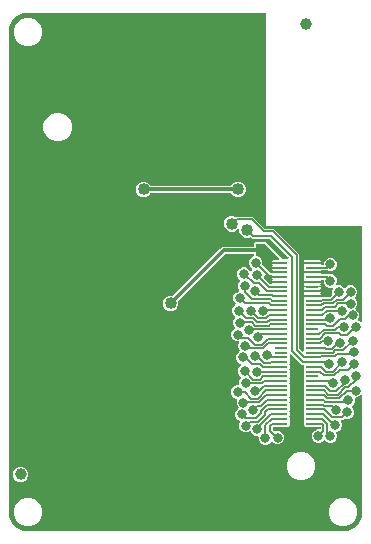
<source format=gbr>
G04 EAGLE Gerber RS-274X export*
G75*
%MOMM*%
%FSLAX34Y34*%
%LPD*%
%INBottom Copper*%
%IPPOS*%
%AMOC8*
5,1,8,0,0,1.08239X$1,22.5*%
G01*
%ADD10R,1.140000X0.200000*%
%ADD11C,1.000000*%
%ADD12C,0.838200*%
%ADD13C,1.016000*%
%ADD14C,0.304800*%
%ADD15C,0.152400*%

G36*
X287046Y2799D02*
X287046Y2799D01*
X287095Y2798D01*
X289870Y3072D01*
X289897Y3079D01*
X289925Y3079D01*
X290086Y3126D01*
X295214Y5250D01*
X295270Y5284D01*
X295330Y5310D01*
X295395Y5362D01*
X295423Y5379D01*
X295435Y5394D01*
X295461Y5415D01*
X299385Y9339D01*
X299423Y9392D01*
X299469Y9439D01*
X299509Y9512D01*
X299529Y9539D01*
X299534Y9558D01*
X299550Y9586D01*
X301674Y14714D01*
X301680Y14741D01*
X301694Y14766D01*
X301728Y14930D01*
X302002Y17705D01*
X302000Y17732D01*
X302005Y17780D01*
X302005Y117332D01*
X301994Y117403D01*
X301992Y117475D01*
X301974Y117524D01*
X301966Y117575D01*
X301932Y117638D01*
X301907Y117706D01*
X301875Y117746D01*
X301850Y117792D01*
X301798Y117842D01*
X301754Y117898D01*
X301710Y117926D01*
X301672Y117962D01*
X301607Y117992D01*
X301547Y118031D01*
X301496Y118043D01*
X301449Y118065D01*
X301378Y118073D01*
X301308Y118091D01*
X301256Y118087D01*
X301205Y118092D01*
X301134Y118077D01*
X301063Y118072D01*
X301015Y118051D01*
X300964Y118040D01*
X300903Y118003D01*
X300837Y117975D01*
X300781Y117930D01*
X300753Y117914D01*
X300738Y117896D01*
X300706Y117870D01*
X299656Y116820D01*
X297555Y115950D01*
X296649Y115950D01*
X296603Y115943D01*
X296558Y115945D01*
X296483Y115923D01*
X296406Y115911D01*
X296365Y115889D01*
X296321Y115876D01*
X296257Y115832D01*
X296189Y115795D01*
X296157Y115762D01*
X296119Y115736D01*
X296073Y115674D01*
X296019Y115617D01*
X296000Y115575D01*
X295972Y115539D01*
X295948Y115465D01*
X295916Y115394D01*
X295911Y115348D01*
X295896Y115305D01*
X295897Y115227D01*
X295889Y115150D01*
X295898Y115105D01*
X295899Y115059D01*
X295937Y114927D01*
X295941Y114909D01*
X295943Y114905D01*
X295945Y114898D01*
X296038Y114675D01*
X296038Y112401D01*
X295168Y110300D01*
X293558Y108691D01*
X293523Y108669D01*
X293480Y108654D01*
X293420Y108605D01*
X293353Y108564D01*
X293324Y108528D01*
X293288Y108500D01*
X293246Y108434D01*
X293196Y108374D01*
X293180Y108332D01*
X293155Y108293D01*
X293136Y108217D01*
X293108Y108145D01*
X293106Y108099D01*
X293095Y108054D01*
X293101Y107977D01*
X293098Y107899D01*
X293111Y107855D01*
X293114Y107809D01*
X293145Y107738D01*
X293166Y107663D01*
X293193Y107625D01*
X293211Y107583D01*
X293296Y107476D01*
X293307Y107461D01*
X293311Y107458D01*
X293315Y107452D01*
X294152Y106616D01*
X295022Y104515D01*
X295022Y102241D01*
X294152Y100140D01*
X292544Y98532D01*
X290443Y97662D01*
X288169Y97662D01*
X287688Y97862D01*
X287575Y97888D01*
X287461Y97917D01*
X287455Y97916D01*
X287449Y97918D01*
X287332Y97907D01*
X287216Y97898D01*
X287210Y97895D01*
X287204Y97895D01*
X287096Y97847D01*
X286989Y97801D01*
X286984Y97797D01*
X286979Y97795D01*
X286965Y97782D01*
X286858Y97697D01*
X285935Y96773D01*
X284684Y96773D01*
X284638Y96766D01*
X284593Y96768D01*
X284518Y96746D01*
X284441Y96734D01*
X284400Y96712D01*
X284356Y96699D01*
X284292Y96655D01*
X284224Y96618D01*
X284192Y96585D01*
X284154Y96559D01*
X284108Y96496D01*
X284054Y96440D01*
X284035Y96398D01*
X284007Y96362D01*
X283983Y96288D01*
X283951Y96217D01*
X283945Y96171D01*
X283931Y96128D01*
X283932Y96050D01*
X283923Y95973D01*
X283933Y95928D01*
X283934Y95882D01*
X283972Y95750D01*
X283976Y95732D01*
X283978Y95728D01*
X283980Y95721D01*
X284862Y93593D01*
X284862Y91319D01*
X283992Y89218D01*
X282384Y87610D01*
X280616Y86878D01*
X280599Y86868D01*
X280579Y86862D01*
X280494Y86803D01*
X280406Y86748D01*
X280394Y86733D01*
X280377Y86722D01*
X280316Y86639D01*
X280250Y86559D01*
X280242Y86540D01*
X280231Y86524D01*
X280199Y86426D01*
X280161Y86329D01*
X280161Y86309D01*
X280154Y86290D01*
X280155Y86187D01*
X280151Y86084D01*
X280157Y86064D01*
X280157Y86045D01*
X280204Y85883D01*
X280798Y84449D01*
X280798Y82175D01*
X279928Y80074D01*
X278320Y78466D01*
X276219Y77596D01*
X273945Y77596D01*
X271844Y78466D01*
X270667Y79643D01*
X270651Y79655D01*
X270639Y79671D01*
X270551Y79727D01*
X270468Y79787D01*
X270449Y79793D01*
X270432Y79804D01*
X270331Y79829D01*
X270232Y79859D01*
X270213Y79859D01*
X270193Y79864D01*
X270090Y79856D01*
X269987Y79853D01*
X269968Y79846D01*
X269948Y79845D01*
X269853Y79804D01*
X269756Y79769D01*
X269740Y79756D01*
X269722Y79748D01*
X269591Y79643D01*
X268160Y78212D01*
X266059Y77342D01*
X263785Y77342D01*
X261684Y78212D01*
X260076Y79820D01*
X259206Y81921D01*
X259206Y84195D01*
X260076Y86296D01*
X261684Y87904D01*
X263785Y88774D01*
X265938Y88774D01*
X265958Y88777D01*
X265977Y88775D01*
X266079Y88797D01*
X266181Y88813D01*
X266198Y88823D01*
X266218Y88827D01*
X266307Y88880D01*
X266398Y88929D01*
X266412Y88943D01*
X266429Y88953D01*
X266496Y89032D01*
X266568Y89107D01*
X266576Y89125D01*
X266589Y89140D01*
X266628Y89236D01*
X266671Y89330D01*
X266673Y89350D01*
X266681Y89368D01*
X266699Y89535D01*
X266699Y90514D01*
X266696Y90534D01*
X266698Y90553D01*
X266676Y90655D01*
X266660Y90757D01*
X266650Y90774D01*
X266646Y90794D01*
X266593Y90883D01*
X266544Y90974D01*
X266530Y90988D01*
X266520Y91005D01*
X266441Y91072D01*
X266366Y91144D01*
X266348Y91152D01*
X266333Y91165D01*
X266237Y91204D01*
X266143Y91247D01*
X266123Y91249D01*
X266105Y91257D01*
X265938Y91275D01*
X253268Y91275D01*
X252375Y92168D01*
X252375Y95536D01*
X252391Y95598D01*
X252421Y95696D01*
X252421Y95716D01*
X252426Y95736D01*
X252418Y95839D01*
X252415Y95942D01*
X252408Y95961D01*
X252407Y95981D01*
X252375Y96054D01*
X252375Y99536D01*
X252391Y99598D01*
X252421Y99696D01*
X252421Y99716D01*
X252426Y99736D01*
X252418Y99839D01*
X252415Y99942D01*
X252408Y99961D01*
X252407Y99981D01*
X252375Y100054D01*
X252375Y103536D01*
X252391Y103598D01*
X252421Y103696D01*
X252421Y103716D01*
X252426Y103736D01*
X252418Y103839D01*
X252415Y103942D01*
X252408Y103961D01*
X252407Y103981D01*
X252375Y104054D01*
X252375Y107536D01*
X252391Y107598D01*
X252421Y107696D01*
X252421Y107716D01*
X252426Y107736D01*
X252418Y107839D01*
X252415Y107942D01*
X252408Y107961D01*
X252407Y107981D01*
X252375Y108054D01*
X252375Y111536D01*
X252391Y111598D01*
X252421Y111696D01*
X252421Y111716D01*
X252426Y111736D01*
X252418Y111839D01*
X252415Y111942D01*
X252408Y111961D01*
X252407Y111981D01*
X252375Y112054D01*
X252375Y115536D01*
X252391Y115598D01*
X252421Y115696D01*
X252421Y115716D01*
X252426Y115736D01*
X252418Y115839D01*
X252415Y115942D01*
X252408Y115961D01*
X252407Y115981D01*
X252375Y116054D01*
X252375Y119536D01*
X252391Y119598D01*
X252421Y119696D01*
X252421Y119716D01*
X252426Y119736D01*
X252418Y119839D01*
X252415Y119942D01*
X252408Y119961D01*
X252407Y119981D01*
X252375Y120054D01*
X252375Y123536D01*
X252391Y123598D01*
X252421Y123696D01*
X252421Y123716D01*
X252426Y123736D01*
X252418Y123839D01*
X252415Y123942D01*
X252408Y123961D01*
X252407Y123981D01*
X252375Y124054D01*
X252375Y127536D01*
X252391Y127598D01*
X252421Y127696D01*
X252421Y127716D01*
X252426Y127736D01*
X252418Y127839D01*
X252415Y127942D01*
X252408Y127961D01*
X252407Y127981D01*
X252375Y128054D01*
X252375Y131536D01*
X252391Y131598D01*
X252421Y131696D01*
X252421Y131716D01*
X252426Y131736D01*
X252418Y131839D01*
X252415Y131942D01*
X252408Y131961D01*
X252407Y131981D01*
X252375Y132054D01*
X252375Y135536D01*
X252391Y135598D01*
X252421Y135696D01*
X252421Y135716D01*
X252426Y135736D01*
X252418Y135839D01*
X252415Y135942D01*
X252408Y135961D01*
X252407Y135981D01*
X252375Y136054D01*
X252375Y139536D01*
X252391Y139598D01*
X252421Y139696D01*
X252421Y139716D01*
X252426Y139736D01*
X252418Y139839D01*
X252415Y139942D01*
X252408Y139961D01*
X252407Y139981D01*
X252375Y140054D01*
X252375Y142752D01*
X252372Y142772D01*
X252374Y142791D01*
X252352Y142893D01*
X252336Y142995D01*
X252326Y143012D01*
X252322Y143032D01*
X252269Y143121D01*
X252220Y143212D01*
X252206Y143226D01*
X252196Y143243D01*
X252117Y143310D01*
X252042Y143382D01*
X252024Y143390D01*
X252009Y143403D01*
X251913Y143442D01*
X251819Y143485D01*
X251799Y143487D01*
X251781Y143495D01*
X251614Y143513D01*
X250763Y143513D01*
X241846Y152430D01*
X241724Y152552D01*
X241666Y152594D01*
X241614Y152643D01*
X241567Y152665D01*
X241525Y152695D01*
X241456Y152716D01*
X241391Y152747D01*
X241339Y152752D01*
X241290Y152768D01*
X241218Y152766D01*
X241147Y152774D01*
X241096Y152763D01*
X241044Y152761D01*
X240976Y152737D01*
X240906Y152722D01*
X240861Y152695D01*
X240813Y152677D01*
X240757Y152632D01*
X240695Y152595D01*
X240661Y152556D01*
X240621Y152523D01*
X240582Y152463D01*
X240535Y152408D01*
X240516Y152360D01*
X240488Y152316D01*
X240470Y152247D01*
X240454Y152208D01*
X240453Y152205D01*
X240453Y152204D01*
X240443Y152180D01*
X240435Y152109D01*
X240427Y152078D01*
X240428Y152076D01*
X240409Y152002D01*
X240379Y151903D01*
X240379Y151883D01*
X240374Y151864D01*
X240382Y151761D01*
X240385Y151658D01*
X240392Y151639D01*
X240393Y151619D01*
X240425Y151545D01*
X240425Y148064D01*
X240409Y148002D01*
X240379Y147903D01*
X240379Y147883D01*
X240374Y147864D01*
X240382Y147761D01*
X240385Y147658D01*
X240392Y147639D01*
X240393Y147619D01*
X240425Y147545D01*
X240425Y144064D01*
X240409Y144002D01*
X240379Y143903D01*
X240379Y143883D01*
X240374Y143864D01*
X240382Y143761D01*
X240385Y143658D01*
X240392Y143639D01*
X240393Y143619D01*
X240425Y143545D01*
X240425Y140064D01*
X240409Y140002D01*
X240379Y139903D01*
X240379Y139883D01*
X240374Y139864D01*
X240382Y139761D01*
X240385Y139658D01*
X240392Y139639D01*
X240393Y139619D01*
X240425Y139545D01*
X240425Y136064D01*
X240409Y136002D01*
X240379Y135903D01*
X240379Y135883D01*
X240374Y135864D01*
X240382Y135761D01*
X240385Y135658D01*
X240392Y135639D01*
X240393Y135619D01*
X240425Y135545D01*
X240425Y132064D01*
X240409Y132002D01*
X240379Y131903D01*
X240379Y131883D01*
X240374Y131864D01*
X240382Y131761D01*
X240385Y131658D01*
X240392Y131639D01*
X240393Y131619D01*
X240425Y131545D01*
X240425Y128064D01*
X240409Y128002D01*
X240379Y127903D01*
X240379Y127883D01*
X240374Y127864D01*
X240382Y127761D01*
X240385Y127658D01*
X240392Y127639D01*
X240393Y127619D01*
X240425Y127545D01*
X240425Y124064D01*
X240409Y124002D01*
X240379Y123903D01*
X240379Y123883D01*
X240374Y123864D01*
X240382Y123761D01*
X240385Y123658D01*
X240392Y123639D01*
X240393Y123619D01*
X240425Y123545D01*
X240425Y120064D01*
X240409Y120002D01*
X240379Y119903D01*
X240379Y119883D01*
X240374Y119864D01*
X240382Y119761D01*
X240385Y119658D01*
X240392Y119639D01*
X240393Y119619D01*
X240425Y119545D01*
X240425Y116064D01*
X240409Y116002D01*
X240379Y115903D01*
X240379Y115883D01*
X240374Y115864D01*
X240382Y115761D01*
X240385Y115658D01*
X240392Y115639D01*
X240393Y115619D01*
X240425Y115545D01*
X240425Y112064D01*
X240409Y112002D01*
X240379Y111903D01*
X240379Y111883D01*
X240374Y111864D01*
X240382Y111761D01*
X240385Y111658D01*
X240392Y111639D01*
X240393Y111619D01*
X240425Y111545D01*
X240425Y108064D01*
X240409Y108002D01*
X240379Y107903D01*
X240379Y107883D01*
X240374Y107864D01*
X240382Y107760D01*
X240385Y107658D01*
X240392Y107639D01*
X240393Y107619D01*
X240425Y107545D01*
X240425Y104064D01*
X240409Y104002D01*
X240379Y103903D01*
X240379Y103883D01*
X240374Y103864D01*
X240382Y103761D01*
X240385Y103658D01*
X240392Y103639D01*
X240393Y103619D01*
X240425Y103545D01*
X240425Y100064D01*
X240409Y100002D01*
X240379Y99903D01*
X240379Y99883D01*
X240374Y99864D01*
X240382Y99761D01*
X240385Y99658D01*
X240392Y99639D01*
X240393Y99619D01*
X240425Y99545D01*
X240425Y96064D01*
X240409Y96002D01*
X240379Y95903D01*
X240379Y95883D01*
X240374Y95864D01*
X240382Y95761D01*
X240385Y95658D01*
X240392Y95639D01*
X240393Y95619D01*
X240425Y95545D01*
X240425Y92168D01*
X239532Y91275D01*
X226822Y91275D01*
X226802Y91272D01*
X226783Y91274D01*
X226681Y91252D01*
X226579Y91236D01*
X226562Y91226D01*
X226542Y91222D01*
X226453Y91169D01*
X226362Y91120D01*
X226348Y91106D01*
X226331Y91096D01*
X226264Y91017D01*
X226192Y90942D01*
X226184Y90924D01*
X226171Y90909D01*
X226132Y90813D01*
X226089Y90719D01*
X226087Y90699D01*
X226079Y90681D01*
X226061Y90514D01*
X226061Y89147D01*
X226075Y89056D01*
X226083Y88966D01*
X226095Y88936D01*
X226100Y88904D01*
X226143Y88823D01*
X226179Y88739D01*
X226205Y88707D01*
X226216Y88686D01*
X226239Y88664D01*
X226284Y88608D01*
X227571Y87321D01*
X227666Y87253D01*
X227760Y87183D01*
X227766Y87181D01*
X227771Y87177D01*
X227882Y87143D01*
X227994Y87107D01*
X228000Y87107D01*
X228006Y87105D01*
X228123Y87108D01*
X228240Y87109D01*
X228247Y87111D01*
X228252Y87111D01*
X228269Y87118D01*
X228401Y87156D01*
X229241Y87504D01*
X231515Y87504D01*
X233616Y86634D01*
X235224Y85026D01*
X236094Y82925D01*
X236094Y80651D01*
X235224Y78550D01*
X233616Y76942D01*
X231515Y76072D01*
X229241Y76072D01*
X227140Y76942D01*
X225836Y78246D01*
X225820Y78258D01*
X225808Y78274D01*
X225720Y78330D01*
X225637Y78390D01*
X225618Y78396D01*
X225601Y78407D01*
X225500Y78432D01*
X225401Y78462D01*
X225382Y78462D01*
X225362Y78467D01*
X225259Y78459D01*
X225156Y78456D01*
X225137Y78449D01*
X225117Y78448D01*
X225022Y78407D01*
X224925Y78372D01*
X224909Y78359D01*
X224891Y78351D01*
X224760Y78246D01*
X223202Y76688D01*
X221101Y75818D01*
X218827Y75818D01*
X216726Y76688D01*
X215118Y78296D01*
X214248Y80397D01*
X214248Y82423D01*
X214245Y82443D01*
X214247Y82462D01*
X214225Y82564D01*
X214209Y82666D01*
X214199Y82683D01*
X214195Y82703D01*
X214142Y82792D01*
X214093Y82883D01*
X214079Y82897D01*
X214069Y82914D01*
X213990Y82981D01*
X213915Y83053D01*
X213897Y83061D01*
X213882Y83074D01*
X213786Y83113D01*
X213692Y83156D01*
X213672Y83158D01*
X213654Y83166D01*
X213487Y83184D01*
X211969Y83184D01*
X209868Y84054D01*
X208260Y85662D01*
X207813Y86743D01*
X207802Y86760D01*
X207797Y86779D01*
X207738Y86864D01*
X207683Y86952D01*
X207668Y86965D01*
X207657Y86981D01*
X207573Y87043D01*
X207494Y87109D01*
X207475Y87116D01*
X207459Y87128D01*
X207361Y87160D01*
X207264Y87197D01*
X207244Y87198D01*
X207225Y87204D01*
X207122Y87203D01*
X207018Y87207D01*
X206999Y87202D01*
X206979Y87202D01*
X206818Y87155D01*
X204591Y86232D01*
X202317Y86232D01*
X200216Y87102D01*
X198608Y88710D01*
X197738Y90811D01*
X197738Y93085D01*
X198586Y95133D01*
X198591Y95152D01*
X198601Y95169D01*
X198619Y95271D01*
X198643Y95372D01*
X198641Y95392D01*
X198644Y95412D01*
X198629Y95514D01*
X198620Y95617D01*
X198611Y95635D01*
X198609Y95655D01*
X198562Y95747D01*
X198520Y95842D01*
X198506Y95856D01*
X198497Y95874D01*
X198423Y95947D01*
X198353Y96023D01*
X198336Y96032D01*
X198321Y96046D01*
X198174Y96127D01*
X196660Y96754D01*
X195052Y98362D01*
X194182Y100463D01*
X194182Y102737D01*
X195052Y104838D01*
X196660Y106446D01*
X196837Y106519D01*
X196876Y106543D01*
X196919Y106559D01*
X196980Y106608D01*
X197046Y106648D01*
X197076Y106684D01*
X197111Y106713D01*
X197154Y106778D01*
X197203Y106838D01*
X197220Y106881D01*
X197244Y106919D01*
X197263Y106995D01*
X197291Y107068D01*
X197293Y107113D01*
X197305Y107158D01*
X197298Y107235D01*
X197302Y107313D01*
X197289Y107357D01*
X197285Y107403D01*
X197255Y107475D01*
X197233Y107550D01*
X197207Y107587D01*
X197189Y107629D01*
X197104Y107736D01*
X197093Y107752D01*
X197089Y107755D01*
X197084Y107760D01*
X196576Y108268D01*
X195706Y110369D01*
X195706Y112643D01*
X196136Y113681D01*
X196141Y113700D01*
X196150Y113718D01*
X196169Y113820D01*
X196192Y113920D01*
X196191Y113940D01*
X196194Y113960D01*
X196179Y114062D01*
X196169Y114165D01*
X196161Y114184D01*
X196158Y114203D01*
X196111Y114296D01*
X196069Y114390D01*
X196056Y114405D01*
X196047Y114423D01*
X195973Y114495D01*
X195903Y114571D01*
X195885Y114581D01*
X195871Y114595D01*
X195724Y114676D01*
X193612Y115550D01*
X192004Y117158D01*
X191134Y119259D01*
X191134Y121533D01*
X192004Y123634D01*
X193612Y125242D01*
X195713Y126112D01*
X196723Y126112D01*
X196743Y126115D01*
X196762Y126113D01*
X196864Y126135D01*
X196966Y126151D01*
X196983Y126161D01*
X197003Y126165D01*
X197092Y126218D01*
X197183Y126267D01*
X197197Y126281D01*
X197214Y126291D01*
X197281Y126370D01*
X197353Y126445D01*
X197361Y126463D01*
X197374Y126478D01*
X197413Y126574D01*
X197456Y126668D01*
X197458Y126688D01*
X197466Y126706D01*
X197484Y126873D01*
X197484Y129153D01*
X198354Y131254D01*
X199445Y132344D01*
X199471Y132381D01*
X199505Y132412D01*
X199543Y132480D01*
X199588Y132544D01*
X199602Y132587D01*
X199624Y132628D01*
X199638Y132704D01*
X199661Y132779D01*
X199659Y132825D01*
X199668Y132870D01*
X199656Y132947D01*
X199654Y133025D01*
X199638Y133068D01*
X199632Y133113D01*
X199597Y133182D01*
X199570Y133256D01*
X199541Y133291D01*
X199520Y133332D01*
X199465Y133387D01*
X199416Y133448D01*
X199377Y133472D01*
X199345Y133505D01*
X199225Y133571D01*
X199209Y133581D01*
X199204Y133582D01*
X199201Y133584D01*
X197592Y135192D01*
X196722Y137293D01*
X196722Y139567D01*
X197592Y141668D01*
X199104Y143179D01*
X199130Y143216D01*
X199164Y143247D01*
X199202Y143315D01*
X199247Y143378D01*
X199261Y143422D01*
X199283Y143463D01*
X199297Y143539D01*
X199319Y143614D01*
X199318Y143659D01*
X199326Y143705D01*
X199315Y143782D01*
X199313Y143859D01*
X199297Y143903D01*
X199291Y143948D01*
X199255Y144017D01*
X199229Y144090D01*
X199200Y144126D01*
X199179Y144167D01*
X199124Y144222D01*
X199075Y144283D01*
X199036Y144307D01*
X199004Y144339D01*
X198884Y144405D01*
X198868Y144416D01*
X198863Y144417D01*
X198857Y144420D01*
X197422Y145014D01*
X195814Y146622D01*
X194944Y148723D01*
X194944Y150997D01*
X195814Y153098D01*
X197422Y154706D01*
X197959Y154928D01*
X197998Y154952D01*
X198041Y154968D01*
X198101Y155016D01*
X198168Y155057D01*
X198197Y155093D01*
X198233Y155121D01*
X198275Y155187D01*
X198324Y155247D01*
X198341Y155290D01*
X198366Y155328D01*
X198385Y155404D01*
X198413Y155476D01*
X198415Y155522D01*
X198426Y155567D01*
X198420Y155644D01*
X198423Y155722D01*
X198410Y155766D01*
X198407Y155812D01*
X198376Y155884D01*
X198354Y155958D01*
X198328Y155996D01*
X198310Y156038D01*
X198225Y156145D01*
X198214Y156160D01*
X198210Y156163D01*
X198205Y156169D01*
X197846Y156528D01*
X196976Y158629D01*
X196976Y160903D01*
X197595Y162396D01*
X197604Y162434D01*
X197612Y162452D01*
X197613Y162456D01*
X197624Y162482D01*
X197633Y162559D01*
X197651Y162635D01*
X197646Y162681D01*
X197652Y162726D01*
X197635Y162803D01*
X197628Y162880D01*
X197609Y162922D01*
X197599Y162967D01*
X197559Y163034D01*
X197528Y163105D01*
X197497Y163139D01*
X197473Y163178D01*
X197414Y163229D01*
X197361Y163286D01*
X197321Y163308D01*
X197286Y163338D01*
X197214Y163367D01*
X197146Y163404D01*
X197101Y163413D01*
X197058Y163430D01*
X196922Y163445D01*
X196904Y163448D01*
X196899Y163447D01*
X196891Y163448D01*
X195459Y163448D01*
X193358Y164318D01*
X191750Y165926D01*
X190880Y168027D01*
X190880Y170301D01*
X191750Y172402D01*
X193358Y174010D01*
X193715Y174157D01*
X193754Y174181D01*
X193797Y174197D01*
X193858Y174246D01*
X193924Y174287D01*
X193953Y174322D01*
X193989Y174351D01*
X194031Y174416D01*
X194081Y174476D01*
X194097Y174519D01*
X194122Y174558D01*
X194141Y174633D01*
X194169Y174706D01*
X194171Y174752D01*
X194182Y174796D01*
X194176Y174874D01*
X194179Y174952D01*
X194167Y174996D01*
X194163Y175042D01*
X194133Y175113D01*
X194111Y175188D01*
X194085Y175226D01*
X194067Y175268D01*
X193981Y175375D01*
X193971Y175390D01*
X193967Y175393D01*
X193962Y175399D01*
X193274Y176086D01*
X192404Y178187D01*
X192404Y180461D01*
X193274Y182562D01*
X194197Y183485D01*
X194209Y183501D01*
X194225Y183513D01*
X194281Y183601D01*
X194341Y183684D01*
X194347Y183703D01*
X194358Y183720D01*
X194383Y183821D01*
X194413Y183920D01*
X194413Y183939D01*
X194418Y183959D01*
X194410Y184062D01*
X194407Y184165D01*
X194400Y184184D01*
X194399Y184204D01*
X194358Y184299D01*
X194323Y184396D01*
X194310Y184412D01*
X194302Y184430D01*
X194197Y184561D01*
X192512Y186246D01*
X191642Y188347D01*
X191642Y190621D01*
X192512Y192722D01*
X194120Y194330D01*
X194477Y194477D01*
X194516Y194501D01*
X194559Y194517D01*
X194620Y194566D01*
X194686Y194607D01*
X194715Y194642D01*
X194751Y194671D01*
X194793Y194736D01*
X194843Y194796D01*
X194859Y194839D01*
X194884Y194878D01*
X194903Y194953D01*
X194931Y195026D01*
X194933Y195072D01*
X194944Y195116D01*
X194938Y195194D01*
X194941Y195272D01*
X194929Y195316D01*
X194925Y195362D01*
X194895Y195433D01*
X194873Y195508D01*
X194847Y195546D01*
X194829Y195588D01*
X194743Y195695D01*
X194733Y195710D01*
X194729Y195713D01*
X194724Y195719D01*
X193782Y196660D01*
X192912Y198761D01*
X192912Y201035D01*
X193782Y203136D01*
X195390Y204744D01*
X197363Y205561D01*
X197402Y205585D01*
X197446Y205601D01*
X197506Y205649D01*
X197572Y205690D01*
X197602Y205726D01*
X197638Y205755D01*
X197680Y205820D01*
X197729Y205880D01*
X197746Y205923D01*
X197771Y205961D01*
X197790Y206037D01*
X197817Y206110D01*
X197819Y206155D01*
X197831Y206200D01*
X197825Y206278D01*
X197828Y206355D01*
X197815Y206399D01*
X197811Y206445D01*
X197781Y206517D01*
X197759Y206592D01*
X197733Y206629D01*
X197715Y206672D01*
X197630Y206778D01*
X197619Y206794D01*
X197615Y206797D01*
X197610Y206802D01*
X197592Y206820D01*
X196722Y208921D01*
X196722Y211195D01*
X197592Y213296D01*
X198642Y214346D01*
X198654Y214362D01*
X198670Y214374D01*
X198726Y214462D01*
X198786Y214545D01*
X198792Y214564D01*
X198803Y214581D01*
X198828Y214682D01*
X198858Y214781D01*
X198858Y214800D01*
X198863Y214820D01*
X198855Y214923D01*
X198852Y215026D01*
X198845Y215045D01*
X198844Y215065D01*
X198803Y215160D01*
X198768Y215257D01*
X198755Y215273D01*
X198747Y215291D01*
X198642Y215422D01*
X197084Y216980D01*
X196214Y219081D01*
X196214Y221355D01*
X197084Y223456D01*
X198692Y225064D01*
X200793Y225934D01*
X203067Y225934D01*
X205168Y225064D01*
X206853Y223379D01*
X206869Y223367D01*
X206881Y223351D01*
X206969Y223295D01*
X207052Y223235D01*
X207071Y223229D01*
X207088Y223218D01*
X207189Y223193D01*
X207288Y223163D01*
X207307Y223163D01*
X207327Y223158D01*
X207430Y223166D01*
X207533Y223169D01*
X207552Y223176D01*
X207572Y223177D01*
X207667Y223218D01*
X207764Y223253D01*
X207780Y223266D01*
X207798Y223274D01*
X207929Y223379D01*
X208675Y224125D01*
X208687Y224141D01*
X208703Y224153D01*
X208759Y224240D01*
X208819Y224324D01*
X208825Y224344D01*
X208836Y224360D01*
X208861Y224461D01*
X208891Y224560D01*
X208891Y224579D01*
X208896Y224599D01*
X208888Y224702D01*
X208885Y224805D01*
X208878Y224824D01*
X208877Y224844D01*
X208836Y224939D01*
X208801Y225036D01*
X208788Y225052D01*
X208780Y225070D01*
X208675Y225201D01*
X206990Y226886D01*
X206120Y228987D01*
X206120Y231261D01*
X206990Y233362D01*
X208598Y234970D01*
X209841Y235484D01*
X209941Y235546D01*
X210041Y235606D01*
X210045Y235611D01*
X210050Y235614D01*
X210125Y235705D01*
X210201Y235793D01*
X210203Y235799D01*
X210207Y235804D01*
X210249Y235912D01*
X210293Y236021D01*
X210294Y236029D01*
X210295Y236033D01*
X210296Y236051D01*
X210311Y236188D01*
X210311Y236728D01*
X210308Y236748D01*
X210310Y236767D01*
X210288Y236869D01*
X210272Y236971D01*
X210262Y236988D01*
X210258Y237008D01*
X210205Y237097D01*
X210156Y237188D01*
X210142Y237202D01*
X210132Y237219D01*
X210053Y237286D01*
X209978Y237358D01*
X209960Y237366D01*
X209945Y237379D01*
X209849Y237418D01*
X209755Y237461D01*
X209735Y237463D01*
X209717Y237471D01*
X209550Y237489D01*
X186236Y237489D01*
X186146Y237475D01*
X186055Y237467D01*
X186025Y237455D01*
X185993Y237450D01*
X185913Y237407D01*
X185829Y237371D01*
X185797Y237345D01*
X185776Y237334D01*
X185754Y237311D01*
X185698Y237266D01*
X146378Y197946D01*
X146309Y197851D01*
X146240Y197757D01*
X146238Y197751D01*
X146234Y197746D01*
X146200Y197635D01*
X146163Y197523D01*
X146163Y197517D01*
X146162Y197511D01*
X146165Y197394D01*
X146166Y197277D01*
X146168Y197270D01*
X146168Y197265D01*
X146174Y197248D01*
X146213Y197116D01*
X146305Y196894D01*
X146305Y194266D01*
X145299Y191839D01*
X143441Y189981D01*
X141014Y188975D01*
X138386Y188975D01*
X135959Y189981D01*
X134101Y191839D01*
X133095Y194266D01*
X133095Y196894D01*
X134101Y199321D01*
X135959Y201179D01*
X138386Y202185D01*
X141014Y202185D01*
X141236Y202093D01*
X141350Y202066D01*
X141463Y202037D01*
X141470Y202038D01*
X141476Y202036D01*
X141592Y202047D01*
X141709Y202056D01*
X141714Y202059D01*
X141721Y202059D01*
X141828Y202107D01*
X141935Y202153D01*
X141941Y202157D01*
X141945Y202159D01*
X141959Y202172D01*
X142066Y202258D01*
X181386Y241578D01*
X183395Y243587D01*
X209550Y243587D01*
X209570Y243590D01*
X209589Y243588D01*
X209691Y243610D01*
X209793Y243626D01*
X209810Y243636D01*
X209830Y243640D01*
X209919Y243693D01*
X210010Y243742D01*
X210024Y243756D01*
X210041Y243766D01*
X210108Y243845D01*
X210180Y243920D01*
X210188Y243938D01*
X210201Y243953D01*
X210240Y244049D01*
X210283Y244143D01*
X210285Y244163D01*
X210293Y244181D01*
X210311Y244348D01*
X210311Y246311D01*
X211651Y247651D01*
X219895Y247651D01*
X233896Y233650D01*
X233970Y233597D01*
X234040Y233537D01*
X234070Y233525D01*
X234096Y233506D01*
X234183Y233479D01*
X234268Y233445D01*
X234309Y233441D01*
X234331Y233434D01*
X234363Y233435D01*
X234435Y233427D01*
X239022Y233427D01*
X239092Y233438D01*
X239164Y233440D01*
X239213Y233458D01*
X239264Y233466D01*
X239328Y233500D01*
X239395Y233525D01*
X239436Y233557D01*
X239482Y233582D01*
X239531Y233634D01*
X239587Y233678D01*
X239615Y233722D01*
X239651Y233760D01*
X239681Y233825D01*
X239720Y233885D01*
X239733Y233936D01*
X239755Y233983D01*
X239763Y234054D01*
X239780Y234124D01*
X239776Y234176D01*
X239782Y234227D01*
X239767Y234298D01*
X239761Y234369D01*
X239741Y234417D01*
X239730Y234468D01*
X239693Y234529D01*
X239665Y234595D01*
X239620Y234651D01*
X239603Y234679D01*
X239586Y234694D01*
X239577Y234704D01*
X239577Y234706D01*
X239576Y234706D01*
X239560Y234726D01*
X224066Y250220D01*
X223992Y250273D01*
X223922Y250333D01*
X223892Y250345D01*
X223866Y250364D01*
X223779Y250391D01*
X223694Y250425D01*
X223653Y250429D01*
X223631Y250436D01*
X223599Y250435D01*
X223527Y250443D01*
X208603Y250443D01*
X207598Y251448D01*
X207503Y251517D01*
X207409Y251586D01*
X207403Y251588D01*
X207398Y251592D01*
X207287Y251626D01*
X207175Y251662D01*
X207169Y251662D01*
X207163Y251664D01*
X207046Y251661D01*
X206929Y251660D01*
X206922Y251658D01*
X206917Y251658D01*
X206900Y251651D01*
X206768Y251613D01*
X205784Y251205D01*
X203156Y251205D01*
X200729Y252211D01*
X198871Y254069D01*
X197865Y256496D01*
X197865Y257807D01*
X197854Y257878D01*
X197852Y257949D01*
X197834Y257998D01*
X197826Y258050D01*
X197792Y258113D01*
X197767Y258180D01*
X197735Y258221D01*
X197710Y258267D01*
X197658Y258316D01*
X197614Y258372D01*
X197570Y258401D01*
X197532Y258436D01*
X197467Y258467D01*
X197407Y258505D01*
X197356Y258518D01*
X197309Y258540D01*
X197238Y258548D01*
X197168Y258565D01*
X197116Y258561D01*
X197065Y258567D01*
X196994Y258552D01*
X196923Y258546D01*
X196875Y258526D01*
X196824Y258515D01*
X196763Y258478D01*
X196697Y258450D01*
X196641Y258405D01*
X196613Y258389D01*
X196598Y258371D01*
X196566Y258345D01*
X195511Y257291D01*
X193084Y256285D01*
X190456Y256285D01*
X188029Y257291D01*
X186171Y259149D01*
X185165Y261576D01*
X185165Y264204D01*
X186171Y266631D01*
X188029Y268489D01*
X190456Y269495D01*
X193084Y269495D01*
X194170Y269045D01*
X194234Y269030D01*
X194295Y269005D01*
X194378Y268996D01*
X194410Y268989D01*
X194429Y268990D01*
X194462Y268987D01*
X209227Y268987D01*
X219164Y259050D01*
X219238Y258997D01*
X219308Y258937D01*
X219338Y258925D01*
X219364Y258906D01*
X219451Y258879D01*
X219536Y258845D01*
X219577Y258841D01*
X219599Y258834D01*
X219631Y258835D01*
X219703Y258827D01*
X227007Y258827D01*
X248667Y237167D01*
X248667Y157473D01*
X248681Y157382D01*
X248689Y157292D01*
X248701Y157262D01*
X248706Y157230D01*
X248749Y157149D01*
X248785Y157065D01*
X248811Y157033D01*
X248822Y157012D01*
X248845Y156990D01*
X248890Y156934D01*
X251076Y154748D01*
X251134Y154706D01*
X251186Y154657D01*
X251233Y154635D01*
X251275Y154605D01*
X251344Y154584D01*
X251409Y154553D01*
X251461Y154548D01*
X251511Y154532D01*
X251582Y154534D01*
X251653Y154526D01*
X251704Y154537D01*
X251756Y154539D01*
X251824Y154563D01*
X251894Y154578D01*
X251939Y154605D01*
X251987Y154623D01*
X252043Y154668D01*
X252105Y154705D01*
X252139Y154744D01*
X252179Y154777D01*
X252218Y154837D01*
X252265Y154892D01*
X252284Y154940D01*
X252312Y154984D01*
X252330Y155053D01*
X252357Y155120D01*
X252365Y155191D01*
X252373Y155222D01*
X252371Y155246D01*
X252375Y155286D01*
X252375Y155536D01*
X252389Y155589D01*
X252394Y155601D01*
X252396Y155613D01*
X252421Y155696D01*
X252421Y155716D01*
X252426Y155736D01*
X252419Y155823D01*
X252421Y155845D01*
X252417Y155866D01*
X252415Y155942D01*
X252408Y155961D01*
X252407Y155981D01*
X252377Y156051D01*
X252375Y156058D01*
X252375Y159536D01*
X252391Y159598D01*
X252421Y159696D01*
X252421Y159716D01*
X252426Y159736D01*
X252418Y159839D01*
X252415Y159942D01*
X252408Y159961D01*
X252407Y159981D01*
X252375Y160054D01*
X252375Y163536D01*
X252391Y163598D01*
X252421Y163697D01*
X252421Y163717D01*
X252426Y163736D01*
X252418Y163839D01*
X252415Y163942D01*
X252408Y163961D01*
X252407Y163981D01*
X252375Y164055D01*
X252375Y167536D01*
X252391Y167598D01*
X252421Y167696D01*
X252421Y167716D01*
X252426Y167736D01*
X252418Y167839D01*
X252415Y167942D01*
X252408Y167961D01*
X252407Y167981D01*
X252375Y168054D01*
X252375Y171536D01*
X252383Y171567D01*
X252392Y171587D01*
X252395Y171612D01*
X252421Y171696D01*
X252421Y171716D01*
X252426Y171736D01*
X252419Y171824D01*
X252420Y171832D01*
X252418Y171841D01*
X252415Y171942D01*
X252408Y171961D01*
X252407Y171981D01*
X252375Y172054D01*
X252375Y175536D01*
X252391Y175598D01*
X252421Y175696D01*
X252421Y175716D01*
X252426Y175736D01*
X252418Y175839D01*
X252415Y175942D01*
X252408Y175961D01*
X252407Y175981D01*
X252375Y176054D01*
X252375Y179536D01*
X252391Y179598D01*
X252421Y179696D01*
X252421Y179716D01*
X252426Y179736D01*
X252418Y179839D01*
X252415Y179942D01*
X252408Y179961D01*
X252407Y179981D01*
X252375Y180054D01*
X252375Y183536D01*
X252391Y183598D01*
X252421Y183696D01*
X252421Y183716D01*
X252426Y183736D01*
X252418Y183839D01*
X252415Y183942D01*
X252408Y183961D01*
X252407Y183981D01*
X252375Y184054D01*
X252375Y187536D01*
X252391Y187598D01*
X252421Y187696D01*
X252421Y187716D01*
X252426Y187736D01*
X252418Y187839D01*
X252415Y187942D01*
X252408Y187961D01*
X252407Y187981D01*
X252375Y188054D01*
X252375Y191536D01*
X252391Y191598D01*
X252421Y191696D01*
X252421Y191716D01*
X252426Y191736D01*
X252418Y191839D01*
X252415Y191942D01*
X252408Y191961D01*
X252407Y191981D01*
X252375Y192054D01*
X252375Y195536D01*
X252391Y195598D01*
X252421Y195696D01*
X252421Y195716D01*
X252426Y195736D01*
X252418Y195839D01*
X252415Y195942D01*
X252408Y195961D01*
X252407Y195981D01*
X252375Y196054D01*
X252375Y199450D01*
X252396Y199479D01*
X252466Y199573D01*
X252467Y199578D01*
X252471Y199584D01*
X252506Y199696D01*
X252542Y199806D01*
X252542Y199813D01*
X252543Y199819D01*
X252540Y199935D01*
X252539Y200052D01*
X252537Y200060D01*
X252537Y200064D01*
X252531Y200082D01*
X252493Y200213D01*
X252375Y200497D01*
X252375Y201039D01*
X259600Y201039D01*
X267175Y201039D01*
X267176Y201038D01*
X267191Y201025D01*
X267287Y200986D01*
X267381Y200943D01*
X267401Y200941D01*
X267419Y200933D01*
X267586Y200915D01*
X274073Y200915D01*
X274164Y200929D01*
X274254Y200937D01*
X274284Y200949D01*
X274316Y200954D01*
X274397Y200997D01*
X274481Y201033D01*
X274513Y201059D01*
X274534Y201070D01*
X274556Y201093D01*
X274612Y201138D01*
X276259Y202784D01*
X276327Y202880D01*
X276396Y202973D01*
X276398Y202979D01*
X276402Y202984D01*
X276436Y203096D01*
X276473Y203207D01*
X276473Y203213D01*
X276474Y203219D01*
X276471Y203336D01*
X276470Y203453D01*
X276468Y203460D01*
X276468Y203465D01*
X276462Y203483D01*
X276424Y203614D01*
X276224Y204095D01*
X276224Y206369D01*
X276843Y207862D01*
X276853Y207906D01*
X276872Y207948D01*
X276881Y208025D01*
X276899Y208101D01*
X276894Y208147D01*
X276900Y208192D01*
X276883Y208269D01*
X276876Y208346D01*
X276857Y208388D01*
X276847Y208433D01*
X276807Y208500D01*
X276776Y208571D01*
X276745Y208605D01*
X276721Y208644D01*
X276662Y208695D01*
X276609Y208752D01*
X276569Y208774D01*
X276534Y208804D01*
X276462Y208833D01*
X276394Y208870D01*
X276349Y208879D01*
X276306Y208896D01*
X276170Y208911D01*
X276152Y208914D01*
X276147Y208913D01*
X276139Y208914D01*
X273953Y208914D01*
X271852Y209784D01*
X270244Y211392D01*
X269374Y213493D01*
X269374Y214752D01*
X269371Y214772D01*
X269373Y214791D01*
X269351Y214893D01*
X269335Y214995D01*
X269325Y215012D01*
X269321Y215032D01*
X269268Y215121D01*
X269219Y215212D01*
X269205Y215226D01*
X269195Y215243D01*
X269116Y215310D01*
X269041Y215382D01*
X269023Y215390D01*
X269008Y215403D01*
X268912Y215442D01*
X268818Y215485D01*
X268798Y215487D01*
X268780Y215495D01*
X268613Y215513D01*
X267586Y215513D01*
X267566Y215510D01*
X267547Y215512D01*
X267445Y215490D01*
X267343Y215474D01*
X267326Y215464D01*
X267306Y215460D01*
X267217Y215407D01*
X267126Y215358D01*
X267112Y215344D01*
X267095Y215334D01*
X267028Y215255D01*
X266956Y215180D01*
X266948Y215162D01*
X266935Y215147D01*
X266896Y215051D01*
X266853Y214957D01*
X266851Y214937D01*
X266843Y214919D01*
X266825Y214752D01*
X266825Y214561D01*
X259600Y214561D01*
X252375Y214561D01*
X252375Y215103D01*
X252493Y215387D01*
X252519Y215500D01*
X252548Y215614D01*
X252547Y215620D01*
X252549Y215626D01*
X252538Y215742D01*
X252529Y215859D01*
X252526Y215865D01*
X252526Y215871D01*
X252478Y215978D01*
X252432Y216085D01*
X252428Y216091D01*
X252426Y216096D01*
X252413Y216109D01*
X252375Y216157D01*
X252375Y219450D01*
X252396Y219479D01*
X252466Y219573D01*
X252467Y219578D01*
X252471Y219584D01*
X252506Y219696D01*
X252542Y219806D01*
X252542Y219813D01*
X252543Y219819D01*
X252540Y219935D01*
X252539Y220052D01*
X252537Y220060D01*
X252537Y220064D01*
X252531Y220082D01*
X252493Y220213D01*
X252375Y220497D01*
X252375Y221039D01*
X259600Y221039D01*
X266825Y221039D01*
X266825Y220848D01*
X266828Y220828D01*
X266826Y220809D01*
X266848Y220707D01*
X266864Y220605D01*
X266874Y220588D01*
X266878Y220568D01*
X266931Y220479D01*
X266980Y220388D01*
X266994Y220374D01*
X267004Y220357D01*
X267083Y220290D01*
X267158Y220218D01*
X267176Y220210D01*
X267191Y220197D01*
X267287Y220158D01*
X267381Y220115D01*
X267401Y220113D01*
X267419Y220105D01*
X267586Y220087D01*
X273176Y220087D01*
X273241Y220097D01*
X273307Y220098D01*
X273387Y220121D01*
X273419Y220126D01*
X273436Y220136D01*
X273468Y220145D01*
X273953Y220346D01*
X276227Y220346D01*
X278328Y219476D01*
X279936Y217868D01*
X280806Y215767D01*
X280806Y213493D01*
X280187Y212000D01*
X280177Y211956D01*
X280158Y211914D01*
X280149Y211837D01*
X280131Y211761D01*
X280136Y211715D01*
X280130Y211670D01*
X280147Y211593D01*
X280154Y211516D01*
X280173Y211474D01*
X280183Y211429D01*
X280223Y211362D01*
X280254Y211291D01*
X280285Y211257D01*
X280309Y211218D01*
X280368Y211167D01*
X280421Y211110D01*
X280461Y211088D01*
X280496Y211058D01*
X280568Y211029D01*
X280636Y210992D01*
X280681Y210983D01*
X280724Y210966D01*
X280860Y210951D01*
X280878Y210948D01*
X280883Y210949D01*
X280891Y210948D01*
X283077Y210948D01*
X285178Y210078D01*
X286482Y208774D01*
X286498Y208762D01*
X286510Y208746D01*
X286598Y208690D01*
X286681Y208630D01*
X286700Y208624D01*
X286717Y208613D01*
X286818Y208588D01*
X286917Y208558D01*
X286936Y208558D01*
X286956Y208553D01*
X287059Y208561D01*
X287162Y208564D01*
X287181Y208571D01*
X287201Y208572D01*
X287296Y208613D01*
X287393Y208648D01*
X287409Y208661D01*
X287427Y208669D01*
X287558Y208774D01*
X288862Y210078D01*
X290963Y210948D01*
X293237Y210948D01*
X295338Y210078D01*
X296946Y208470D01*
X297816Y206369D01*
X297816Y204095D01*
X296946Y201994D01*
X295769Y200817D01*
X295757Y200801D01*
X295741Y200789D01*
X295685Y200701D01*
X295625Y200618D01*
X295619Y200599D01*
X295608Y200582D01*
X295583Y200481D01*
X295553Y200382D01*
X295553Y200363D01*
X295548Y200343D01*
X295556Y200240D01*
X295559Y200137D01*
X295566Y200118D01*
X295567Y200098D01*
X295608Y200003D01*
X295643Y199906D01*
X295656Y199890D01*
X295664Y199872D01*
X295769Y199741D01*
X296946Y198564D01*
X297816Y196463D01*
X297816Y194189D01*
X296946Y192088D01*
X296512Y191655D01*
X296485Y191618D01*
X296452Y191587D01*
X296414Y191518D01*
X296369Y191455D01*
X296355Y191411D01*
X296333Y191371D01*
X296319Y191294D01*
X296296Y191220D01*
X296297Y191174D01*
X296289Y191129D01*
X296301Y191052D01*
X296303Y190974D01*
X296318Y190931D01*
X296325Y190886D01*
X296360Y190816D01*
X296387Y190743D01*
X296416Y190707D01*
X296437Y190666D01*
X296492Y190612D01*
X296541Y190551D01*
X296579Y190526D01*
X296612Y190494D01*
X296732Y190428D01*
X296748Y190418D01*
X296752Y190417D01*
X296759Y190413D01*
X297116Y190266D01*
X298724Y188658D01*
X299594Y186557D01*
X299594Y184283D01*
X298724Y182182D01*
X298693Y182152D01*
X298666Y182114D01*
X298632Y182083D01*
X298595Y182015D01*
X298549Y181952D01*
X298536Y181908D01*
X298514Y181868D01*
X298500Y181791D01*
X298477Y181717D01*
X298478Y181671D01*
X298470Y181626D01*
X298481Y181549D01*
X298483Y181471D01*
X298499Y181428D01*
X298506Y181382D01*
X298541Y181313D01*
X298568Y181240D01*
X298597Y181204D01*
X298617Y181163D01*
X298673Y181109D01*
X298721Y181048D01*
X298760Y181023D01*
X298793Y180991D01*
X298913Y180925D01*
X298928Y180915D01*
X298933Y180914D01*
X298940Y180910D01*
X299656Y180614D01*
X300706Y179564D01*
X300764Y179522D01*
X300816Y179472D01*
X300863Y179450D01*
X300905Y179420D01*
X300974Y179399D01*
X301039Y179369D01*
X301091Y179363D01*
X301141Y179348D01*
X301212Y179349D01*
X301283Y179342D01*
X301334Y179353D01*
X301386Y179354D01*
X301454Y179379D01*
X301524Y179394D01*
X301569Y179421D01*
X301617Y179438D01*
X301673Y179483D01*
X301735Y179520D01*
X301769Y179560D01*
X301809Y179592D01*
X301848Y179652D01*
X301895Y179707D01*
X301914Y179755D01*
X301942Y179799D01*
X301960Y179869D01*
X301987Y179935D01*
X301995Y180006D01*
X302003Y180038D01*
X302001Y180061D01*
X302005Y180102D01*
X302005Y260350D01*
X302002Y260370D01*
X302004Y260389D01*
X301982Y260491D01*
X301966Y260593D01*
X301956Y260610D01*
X301952Y260630D01*
X301899Y260719D01*
X301850Y260810D01*
X301836Y260824D01*
X301826Y260841D01*
X301747Y260908D01*
X301672Y260980D01*
X301654Y260988D01*
X301639Y261001D01*
X301543Y261040D01*
X301449Y261083D01*
X301429Y261085D01*
X301411Y261093D01*
X301244Y261111D01*
X220769Y261111D01*
X220471Y261409D01*
X220471Y440944D01*
X220468Y440964D01*
X220470Y440983D01*
X220448Y441085D01*
X220432Y441187D01*
X220422Y441204D01*
X220418Y441224D01*
X220365Y441313D01*
X220316Y441404D01*
X220302Y441418D01*
X220292Y441435D01*
X220213Y441502D01*
X220138Y441574D01*
X220120Y441582D01*
X220105Y441595D01*
X220009Y441634D01*
X219915Y441677D01*
X219895Y441679D01*
X219877Y441687D01*
X219710Y441705D01*
X17780Y441705D01*
X17754Y441701D01*
X17705Y441702D01*
X14930Y441428D01*
X14903Y441421D01*
X14875Y441421D01*
X14714Y441374D01*
X9586Y439250D01*
X9530Y439216D01*
X9470Y439190D01*
X9405Y439138D01*
X9377Y439121D01*
X9365Y439106D01*
X9339Y439085D01*
X5415Y435161D01*
X5377Y435108D01*
X5331Y435061D01*
X5291Y434988D01*
X5271Y434961D01*
X5266Y434942D01*
X5250Y434914D01*
X3126Y429786D01*
X3120Y429759D01*
X3106Y429734D01*
X3072Y429570D01*
X2798Y426795D01*
X2800Y426768D01*
X2795Y426720D01*
X2795Y17780D01*
X2799Y17754D01*
X2798Y17705D01*
X3072Y14930D01*
X3079Y14903D01*
X3079Y14875D01*
X3126Y14714D01*
X5250Y9586D01*
X5284Y9530D01*
X5310Y9470D01*
X5362Y9405D01*
X5379Y9377D01*
X5394Y9365D01*
X5415Y9339D01*
X9339Y5415D01*
X9392Y5377D01*
X9439Y5331D01*
X9512Y5291D01*
X9539Y5271D01*
X9558Y5266D01*
X9586Y5250D01*
X14714Y3126D01*
X14741Y3120D01*
X14766Y3106D01*
X14930Y3072D01*
X17705Y2798D01*
X17732Y2800D01*
X17780Y2795D01*
X287020Y2795D01*
X287046Y2799D01*
G37*
%LPC*%
G36*
X115526Y285495D02*
X115526Y285495D01*
X113099Y286501D01*
X111241Y288359D01*
X110235Y290786D01*
X110235Y293414D01*
X111241Y295841D01*
X113099Y297699D01*
X115526Y298705D01*
X118154Y298705D01*
X120581Y297699D01*
X122439Y295841D01*
X122531Y295619D01*
X122593Y295519D01*
X122653Y295419D01*
X122658Y295415D01*
X122661Y295410D01*
X122751Y295335D01*
X122840Y295259D01*
X122846Y295257D01*
X122851Y295253D01*
X122959Y295211D01*
X123068Y295167D01*
X123076Y295166D01*
X123080Y295165D01*
X123098Y295164D01*
X123235Y295149D01*
X190455Y295149D01*
X190570Y295168D01*
X190686Y295185D01*
X190692Y295187D01*
X190698Y295188D01*
X190800Y295243D01*
X190905Y295296D01*
X190910Y295301D01*
X190915Y295304D01*
X190996Y295388D01*
X191078Y295472D01*
X191081Y295478D01*
X191085Y295482D01*
X191093Y295499D01*
X191159Y295619D01*
X191251Y295841D01*
X193109Y297699D01*
X195536Y298705D01*
X198164Y298705D01*
X200591Y297699D01*
X202449Y295841D01*
X203455Y293414D01*
X203455Y290786D01*
X202449Y288359D01*
X200591Y286501D01*
X198164Y285495D01*
X195536Y285495D01*
X193109Y286501D01*
X191251Y288359D01*
X191159Y288581D01*
X191097Y288681D01*
X191037Y288781D01*
X191032Y288785D01*
X191029Y288790D01*
X190939Y288865D01*
X190850Y288941D01*
X190844Y288943D01*
X190839Y288947D01*
X190731Y288989D01*
X190622Y289033D01*
X190614Y289034D01*
X190610Y289035D01*
X190592Y289036D01*
X190455Y289051D01*
X123235Y289051D01*
X123120Y289032D01*
X123004Y289015D01*
X122998Y289013D01*
X122992Y289012D01*
X122890Y288957D01*
X122785Y288904D01*
X122780Y288899D01*
X122775Y288896D01*
X122694Y288812D01*
X122612Y288728D01*
X122609Y288722D01*
X122605Y288718D01*
X122597Y288701D01*
X122531Y288581D01*
X122439Y288359D01*
X120581Y286501D01*
X118154Y285495D01*
X115526Y285495D01*
G37*
%LPD*%
%LPC*%
G36*
X16657Y413417D02*
X16657Y413417D01*
X12234Y415249D01*
X8849Y418634D01*
X7017Y423057D01*
X7017Y427843D01*
X8849Y432266D01*
X12234Y435651D01*
X16657Y437483D01*
X21443Y437483D01*
X25866Y435651D01*
X29251Y432266D01*
X31083Y427843D01*
X31083Y423057D01*
X29251Y418634D01*
X25866Y415249D01*
X21443Y413417D01*
X16657Y413417D01*
G37*
%LPD*%
%LPC*%
G36*
X41707Y332767D02*
X41707Y332767D01*
X37284Y334599D01*
X33899Y337984D01*
X32067Y342407D01*
X32067Y347193D01*
X33899Y351616D01*
X37284Y355001D01*
X41707Y356833D01*
X46493Y356833D01*
X50916Y355001D01*
X54301Y351616D01*
X56133Y347193D01*
X56133Y342407D01*
X54301Y337984D01*
X50916Y334599D01*
X46493Y332767D01*
X41707Y332767D01*
G37*
%LPD*%
%LPC*%
G36*
X247707Y45867D02*
X247707Y45867D01*
X243284Y47699D01*
X239899Y51084D01*
X238067Y55507D01*
X238067Y60293D01*
X239899Y64716D01*
X243284Y68101D01*
X247707Y69933D01*
X252493Y69933D01*
X256916Y68101D01*
X260301Y64716D01*
X262133Y60293D01*
X262133Y55507D01*
X260301Y51084D01*
X256916Y47699D01*
X252493Y45867D01*
X247707Y45867D01*
G37*
%LPD*%
%LPC*%
G36*
X16657Y7017D02*
X16657Y7017D01*
X12234Y8849D01*
X8849Y12234D01*
X7017Y16657D01*
X7017Y21443D01*
X8849Y25866D01*
X12234Y29251D01*
X16657Y31083D01*
X21443Y31083D01*
X25866Y29251D01*
X29251Y25866D01*
X31083Y21443D01*
X31083Y16657D01*
X29251Y12234D01*
X25866Y8849D01*
X21443Y7017D01*
X16657Y7017D01*
G37*
%LPD*%
%LPC*%
G36*
X283357Y7017D02*
X283357Y7017D01*
X278934Y8849D01*
X275549Y12234D01*
X273717Y16657D01*
X273717Y21443D01*
X275549Y25866D01*
X278934Y29251D01*
X283357Y31083D01*
X288143Y31083D01*
X292566Y29251D01*
X295951Y25866D01*
X297783Y21443D01*
X297783Y16657D01*
X295951Y12234D01*
X292566Y8849D01*
X288143Y7017D01*
X283357Y7017D01*
G37*
%LPD*%
G36*
X233219Y221042D02*
X233219Y221042D01*
X233239Y221040D01*
X233340Y221062D01*
X233442Y221078D01*
X233460Y221088D01*
X233479Y221092D01*
X233569Y221145D01*
X233660Y221193D01*
X233673Y221208D01*
X233691Y221218D01*
X233758Y221297D01*
X233829Y221372D01*
X233838Y221390D01*
X233851Y221405D01*
X233889Y221501D01*
X233933Y221595D01*
X233935Y221615D01*
X233942Y221633D01*
X233961Y221800D01*
X233958Y221820D01*
X233960Y221839D01*
X233960Y221840D01*
X233938Y221941D01*
X233921Y222043D01*
X233912Y222060D01*
X233908Y222080D01*
X233854Y222169D01*
X233806Y222260D01*
X233792Y222274D01*
X233781Y222291D01*
X233703Y222358D01*
X233628Y222430D01*
X233610Y222438D01*
X233595Y222451D01*
X233498Y222490D01*
X233405Y222533D01*
X233385Y222535D01*
X233366Y222543D01*
X233200Y222561D01*
X225975Y222561D01*
X225975Y223103D01*
X226143Y223509D01*
X226164Y223598D01*
X226192Y223684D01*
X226192Y223717D01*
X226199Y223748D01*
X226191Y223839D01*
X226190Y223930D01*
X226178Y223970D01*
X226176Y223993D01*
X226163Y224022D01*
X226143Y224091D01*
X225975Y224497D01*
X225975Y225039D01*
X233200Y225039D01*
X233219Y225042D01*
X233239Y225040D01*
X233340Y225062D01*
X233442Y225078D01*
X233460Y225088D01*
X233479Y225092D01*
X233569Y225145D01*
X233660Y225193D01*
X233673Y225208D01*
X233691Y225218D01*
X233758Y225297D01*
X233829Y225372D01*
X233838Y225390D01*
X233851Y225405D01*
X233889Y225501D01*
X233933Y225595D01*
X233935Y225615D01*
X233942Y225633D01*
X233961Y225800D01*
X233958Y225820D01*
X233960Y225839D01*
X233960Y225840D01*
X233938Y225941D01*
X233921Y226043D01*
X233912Y226060D01*
X233908Y226080D01*
X233854Y226169D01*
X233806Y226260D01*
X233792Y226274D01*
X233781Y226291D01*
X233703Y226358D01*
X233628Y226430D01*
X233610Y226438D01*
X233595Y226451D01*
X233498Y226490D01*
X233405Y226533D01*
X233385Y226535D01*
X233366Y226543D01*
X233200Y226561D01*
X225975Y226561D01*
X225975Y227103D01*
X226143Y227509D01*
X226164Y227597D01*
X226192Y227684D01*
X226192Y227717D01*
X226199Y227748D01*
X226191Y227839D01*
X226190Y227930D01*
X226178Y227970D01*
X226176Y227993D01*
X226163Y228022D01*
X226143Y228091D01*
X225975Y228497D01*
X225975Y229039D01*
X233200Y229039D01*
X233219Y229042D01*
X233239Y229040D01*
X233340Y229062D01*
X233442Y229078D01*
X233460Y229088D01*
X233479Y229092D01*
X233569Y229145D01*
X233660Y229193D01*
X233673Y229208D01*
X233691Y229218D01*
X233758Y229297D01*
X233829Y229372D01*
X233838Y229390D01*
X233851Y229405D01*
X233889Y229501D01*
X233933Y229595D01*
X233935Y229615D01*
X233942Y229633D01*
X233961Y229800D01*
X233958Y229820D01*
X233960Y229839D01*
X233960Y229840D01*
X233938Y229941D01*
X233921Y230043D01*
X233912Y230060D01*
X233908Y230080D01*
X233854Y230169D01*
X233806Y230260D01*
X233792Y230274D01*
X233781Y230291D01*
X233703Y230358D01*
X233628Y230430D01*
X233610Y230438D01*
X233595Y230451D01*
X233498Y230490D01*
X233405Y230533D01*
X233385Y230535D01*
X233366Y230543D01*
X233200Y230561D01*
X225975Y230561D01*
X225975Y231103D01*
X226207Y231664D01*
X226636Y232093D01*
X227197Y232325D01*
X231226Y232325D01*
X231297Y232336D01*
X231368Y232338D01*
X231417Y232356D01*
X231469Y232364D01*
X231532Y232398D01*
X231599Y232423D01*
X231640Y232455D01*
X231686Y232480D01*
X231735Y232531D01*
X231791Y232576D01*
X231820Y232620D01*
X231856Y232658D01*
X231886Y232723D01*
X231924Y232783D01*
X231937Y232834D01*
X231959Y232881D01*
X231967Y232952D01*
X231985Y233022D01*
X231980Y233074D01*
X231986Y233125D01*
X231971Y233196D01*
X231965Y233267D01*
X231945Y233315D01*
X231934Y233366D01*
X231897Y233427D01*
X231869Y233493D01*
X231824Y233549D01*
X231808Y233577D01*
X231790Y233592D01*
X231764Y233624D01*
X219486Y245902D01*
X219412Y245955D01*
X219343Y246015D01*
X219313Y246027D01*
X219287Y246046D01*
X219200Y246073D01*
X219115Y246107D01*
X219074Y246111D01*
X219051Y246118D01*
X219019Y246117D01*
X218948Y246125D01*
X212598Y246125D01*
X212578Y246122D01*
X212559Y246124D01*
X212457Y246102D01*
X212355Y246086D01*
X212338Y246076D01*
X212318Y246072D01*
X212229Y246019D01*
X212138Y245970D01*
X212124Y245956D01*
X212107Y245946D01*
X212040Y245867D01*
X211969Y245792D01*
X211960Y245774D01*
X211947Y245759D01*
X211908Y245663D01*
X211865Y245569D01*
X211863Y245549D01*
X211855Y245531D01*
X211837Y245364D01*
X211837Y236601D01*
X211840Y236581D01*
X211838Y236562D01*
X211860Y236460D01*
X211877Y236358D01*
X211886Y236341D01*
X211890Y236321D01*
X211943Y236232D01*
X211992Y236141D01*
X212006Y236127D01*
X212016Y236110D01*
X212095Y236043D01*
X212170Y235971D01*
X212188Y235963D01*
X212203Y235950D01*
X212299Y235911D01*
X212393Y235868D01*
X212413Y235866D01*
X212431Y235858D01*
X212598Y235840D01*
X212973Y235840D01*
X215074Y234970D01*
X216682Y233362D01*
X217552Y231261D01*
X217552Y228939D01*
X217551Y228936D01*
X217523Y228823D01*
X217523Y228817D01*
X217522Y228811D01*
X217533Y228693D01*
X217542Y228578D01*
X217544Y228572D01*
X217545Y228566D01*
X217593Y228458D01*
X217638Y228352D01*
X217643Y228346D01*
X217645Y228341D01*
X217658Y228327D01*
X217743Y228221D01*
X224676Y221288D01*
X224688Y221279D01*
X224702Y221262D01*
X224766Y221216D01*
X224786Y221196D01*
X224794Y221193D01*
X224845Y221149D01*
X224875Y221137D01*
X224902Y221118D01*
X224989Y221091D01*
X225073Y221057D01*
X225114Y221053D01*
X225137Y221046D01*
X225169Y221046D01*
X225240Y221039D01*
X233200Y221039D01*
X233219Y221042D01*
G37*
%LPC*%
G36*
X259600Y222561D02*
X259600Y222561D01*
X252375Y222561D01*
X252375Y223103D01*
X252493Y223387D01*
X252519Y223500D01*
X252548Y223614D01*
X252547Y223620D01*
X252549Y223626D01*
X252538Y223742D01*
X252529Y223859D01*
X252526Y223865D01*
X252526Y223871D01*
X252478Y223978D01*
X252432Y224085D01*
X252428Y224091D01*
X252426Y224096D01*
X252413Y224109D01*
X252375Y224157D01*
X252375Y227450D01*
X252396Y227479D01*
X252466Y227573D01*
X252467Y227578D01*
X252471Y227584D01*
X252506Y227696D01*
X252542Y227806D01*
X252542Y227813D01*
X252543Y227819D01*
X252540Y227935D01*
X252539Y228052D01*
X252537Y228060D01*
X252537Y228064D01*
X252531Y228082D01*
X252493Y228213D01*
X252375Y228497D01*
X252375Y229039D01*
X259600Y229039D01*
X266825Y229039D01*
X266825Y228848D01*
X266828Y228828D01*
X266826Y228809D01*
X266848Y228707D01*
X266864Y228605D01*
X266874Y228588D01*
X266878Y228568D01*
X266931Y228479D01*
X266980Y228388D01*
X266994Y228374D01*
X267004Y228357D01*
X267083Y228290D01*
X267158Y228218D01*
X267176Y228210D01*
X267191Y228197D01*
X267287Y228158D01*
X267381Y228115D01*
X267401Y228113D01*
X267419Y228105D01*
X267586Y228087D01*
X268613Y228087D01*
X268633Y228090D01*
X268652Y228088D01*
X268754Y228110D01*
X268856Y228126D01*
X268873Y228136D01*
X268893Y228140D01*
X268982Y228193D01*
X269073Y228242D01*
X269087Y228256D01*
X269104Y228266D01*
X269171Y228345D01*
X269243Y228420D01*
X269251Y228438D01*
X269264Y228453D01*
X269303Y228549D01*
X269346Y228643D01*
X269348Y228663D01*
X269356Y228681D01*
X269374Y228848D01*
X269374Y229737D01*
X270244Y231838D01*
X271852Y233446D01*
X273953Y234316D01*
X276227Y234316D01*
X278328Y233446D01*
X279936Y231838D01*
X280806Y229737D01*
X280806Y227463D01*
X279936Y225362D01*
X278328Y223754D01*
X276227Y222884D01*
X273953Y222884D01*
X272574Y223455D01*
X272511Y223470D01*
X272450Y223495D01*
X272367Y223504D01*
X272335Y223511D01*
X272316Y223510D01*
X272283Y223513D01*
X267586Y223513D01*
X267566Y223510D01*
X267547Y223512D01*
X267445Y223490D01*
X267343Y223474D01*
X267326Y223464D01*
X267306Y223460D01*
X267217Y223407D01*
X267126Y223358D01*
X267112Y223344D01*
X267095Y223334D01*
X267028Y223255D01*
X266956Y223180D01*
X266948Y223162D01*
X266935Y223147D01*
X266896Y223051D01*
X266853Y222957D01*
X266851Y222937D01*
X266843Y222919D01*
X266825Y222752D01*
X266825Y222561D01*
X259600Y222561D01*
X259600Y222561D01*
G37*
%LPD*%
%LPC*%
G36*
X11402Y44275D02*
X11402Y44275D01*
X9004Y45269D01*
X7169Y47104D01*
X6175Y49502D01*
X6175Y52098D01*
X7169Y54496D01*
X9004Y56331D01*
X11402Y57325D01*
X13998Y57325D01*
X16396Y56331D01*
X18231Y54496D01*
X19225Y52098D01*
X19225Y49502D01*
X18231Y47104D01*
X16396Y45269D01*
X13998Y44275D01*
X11402Y44275D01*
G37*
%LPD*%
G36*
X225234Y212090D02*
X225234Y212090D01*
X225253Y212088D01*
X225355Y212110D01*
X225457Y212126D01*
X225474Y212136D01*
X225494Y212140D01*
X225583Y212193D01*
X225674Y212242D01*
X225688Y212256D01*
X225705Y212266D01*
X225772Y212345D01*
X225844Y212420D01*
X225852Y212438D01*
X225865Y212453D01*
X225904Y212549D01*
X225947Y212643D01*
X225949Y212663D01*
X225957Y212681D01*
X225975Y212848D01*
X225975Y213039D01*
X233200Y213039D01*
X233219Y213042D01*
X233239Y213040D01*
X233340Y213062D01*
X233442Y213078D01*
X233460Y213088D01*
X233479Y213092D01*
X233569Y213145D01*
X233660Y213193D01*
X233673Y213208D01*
X233691Y213218D01*
X233758Y213297D01*
X233829Y213372D01*
X233838Y213390D01*
X233851Y213405D01*
X233889Y213501D01*
X233933Y213595D01*
X233935Y213615D01*
X233942Y213633D01*
X233961Y213800D01*
X233958Y213820D01*
X233960Y213839D01*
X233960Y213840D01*
X233938Y213941D01*
X233921Y214043D01*
X233912Y214060D01*
X233908Y214080D01*
X233854Y214169D01*
X233806Y214260D01*
X233792Y214274D01*
X233781Y214291D01*
X233703Y214358D01*
X233628Y214430D01*
X233610Y214438D01*
X233595Y214451D01*
X233498Y214490D01*
X233405Y214533D01*
X233385Y214535D01*
X233366Y214543D01*
X233200Y214561D01*
X225975Y214561D01*
X225975Y215103D01*
X226143Y215509D01*
X226164Y215597D01*
X226192Y215684D01*
X226192Y215717D01*
X226199Y215748D01*
X226191Y215839D01*
X226190Y215930D01*
X226178Y215970D01*
X226176Y215993D01*
X226163Y216022D01*
X226143Y216091D01*
X225975Y216497D01*
X225975Y217039D01*
X232844Y217039D01*
X232901Y217015D01*
X232995Y216972D01*
X233015Y216970D01*
X233033Y216962D01*
X233200Y216944D01*
X233220Y216947D01*
X233239Y216945D01*
X233240Y216945D01*
X233341Y216967D01*
X233443Y216983D01*
X233460Y216993D01*
X233480Y216997D01*
X233569Y217050D01*
X233660Y217099D01*
X233674Y217113D01*
X233691Y217123D01*
X233758Y217202D01*
X233830Y217277D01*
X233838Y217295D01*
X233851Y217310D01*
X233890Y217406D01*
X233933Y217500D01*
X233935Y217520D01*
X233943Y217538D01*
X233961Y217705D01*
X233961Y217800D01*
X233958Y217819D01*
X233960Y217839D01*
X233938Y217940D01*
X233922Y218042D01*
X233912Y218060D01*
X233908Y218079D01*
X233855Y218169D01*
X233807Y218260D01*
X233806Y218260D01*
X233792Y218274D01*
X233782Y218291D01*
X233781Y218291D01*
X233703Y218358D01*
X233628Y218430D01*
X233610Y218438D01*
X233595Y218451D01*
X233498Y218490D01*
X233405Y218533D01*
X233385Y218535D01*
X233366Y218543D01*
X233200Y218561D01*
X225956Y218561D01*
X225952Y218581D01*
X225936Y218683D01*
X225926Y218700D01*
X225922Y218720D01*
X225869Y218809D01*
X225820Y218900D01*
X225806Y218914D01*
X225796Y218931D01*
X225717Y218998D01*
X225642Y219070D01*
X225624Y219078D01*
X225609Y219091D01*
X225513Y219130D01*
X225419Y219173D01*
X225399Y219175D01*
X225381Y219183D01*
X225214Y219201D01*
X219710Y219201D01*
X219690Y219198D01*
X219671Y219200D01*
X219569Y219178D01*
X219467Y219162D01*
X219450Y219152D01*
X219430Y219148D01*
X219341Y219095D01*
X219250Y219046D01*
X219236Y219032D01*
X219219Y219022D01*
X219152Y218943D01*
X219081Y218868D01*
X219072Y218850D01*
X219059Y218835D01*
X219020Y218739D01*
X218977Y218645D01*
X218975Y218625D01*
X218967Y218607D01*
X218949Y218440D01*
X218949Y217162D01*
X218964Y217072D01*
X218971Y216981D01*
X218983Y216952D01*
X218989Y216920D01*
X219031Y216839D01*
X219067Y216755D01*
X219093Y216723D01*
X219104Y216702D01*
X219127Y216680D01*
X219172Y216624D01*
X223486Y212310D01*
X223560Y212257D01*
X223630Y212197D01*
X223660Y212185D01*
X223686Y212166D01*
X223773Y212139D01*
X223858Y212105D01*
X223899Y212101D01*
X223921Y212094D01*
X223953Y212095D01*
X224025Y212087D01*
X225214Y212087D01*
X225234Y212090D01*
G37*
%LPC*%
G36*
X259600Y210561D02*
X259600Y210561D01*
X252375Y210561D01*
X252375Y211103D01*
X252543Y211509D01*
X252564Y211598D01*
X252592Y211684D01*
X252592Y211717D01*
X252599Y211748D01*
X252591Y211839D01*
X252590Y211930D01*
X252578Y211970D01*
X252576Y211993D01*
X252563Y212022D01*
X252543Y212091D01*
X252375Y212497D01*
X252375Y213039D01*
X259600Y213039D01*
X266825Y213039D01*
X266825Y212497D01*
X266657Y212091D01*
X266636Y212003D01*
X266608Y211916D01*
X266608Y211883D01*
X266601Y211852D01*
X266609Y211761D01*
X266610Y211670D01*
X266622Y211630D01*
X266624Y211607D01*
X266637Y211578D01*
X266657Y211509D01*
X266825Y211103D01*
X266825Y210561D01*
X259600Y210561D01*
X259600Y210561D01*
G37*
%LPD*%
%LPC*%
G36*
X259600Y206561D02*
X259600Y206561D01*
X252375Y206561D01*
X252375Y207103D01*
X252543Y207509D01*
X252564Y207597D01*
X252592Y207684D01*
X252592Y207717D01*
X252599Y207748D01*
X252591Y207839D01*
X252590Y207930D01*
X252578Y207970D01*
X252576Y207993D01*
X252563Y208022D01*
X252543Y208091D01*
X252375Y208497D01*
X252375Y209039D01*
X259600Y209039D01*
X266825Y209039D01*
X266825Y208497D01*
X266657Y208091D01*
X266636Y208002D01*
X266608Y207916D01*
X266608Y207883D01*
X266601Y207852D01*
X266609Y207761D01*
X266610Y207670D01*
X266622Y207630D01*
X266624Y207607D01*
X266637Y207578D01*
X266657Y207509D01*
X266825Y207103D01*
X266825Y206561D01*
X259600Y206561D01*
X259600Y206561D01*
G37*
%LPD*%
%LPC*%
G36*
X259600Y202561D02*
X259600Y202561D01*
X252375Y202561D01*
X252375Y203103D01*
X252543Y203509D01*
X252552Y203545D01*
X252558Y203560D01*
X252561Y203586D01*
X252564Y203597D01*
X252592Y203684D01*
X252592Y203717D01*
X252599Y203748D01*
X252591Y203839D01*
X252590Y203930D01*
X252578Y203970D01*
X252576Y203993D01*
X252563Y204022D01*
X252543Y204091D01*
X252375Y204497D01*
X252375Y205039D01*
X259600Y205039D01*
X266825Y205039D01*
X266825Y204497D01*
X266657Y204091D01*
X266636Y204002D01*
X266608Y203916D01*
X266608Y203883D01*
X266601Y203852D01*
X266609Y203761D01*
X266610Y203670D01*
X266622Y203630D01*
X266624Y203607D01*
X266637Y203578D01*
X266657Y203509D01*
X266825Y203103D01*
X266825Y202561D01*
X259600Y202561D01*
X259600Y202561D01*
G37*
%LPD*%
%LPC*%
G36*
X259600Y230561D02*
X259600Y230561D01*
X252375Y230561D01*
X252375Y231103D01*
X252607Y231664D01*
X253036Y232093D01*
X253597Y232325D01*
X258939Y232325D01*
X258945Y232315D01*
X258993Y232223D01*
X259008Y232210D01*
X259018Y232192D01*
X259097Y232125D01*
X259172Y232054D01*
X259190Y232046D01*
X259205Y232033D01*
X259301Y231994D01*
X259395Y231950D01*
X259415Y231948D01*
X259433Y231941D01*
X259600Y231922D01*
X259620Y231925D01*
X259639Y231923D01*
X259640Y231923D01*
X259741Y231945D01*
X259843Y231962D01*
X259860Y231971D01*
X259880Y231975D01*
X259969Y232029D01*
X260060Y232077D01*
X260074Y232091D01*
X260091Y232102D01*
X260158Y232180D01*
X260230Y232255D01*
X260238Y232273D01*
X260251Y232289D01*
X260266Y232325D01*
X265603Y232325D01*
X266164Y232093D01*
X266593Y231664D01*
X266825Y231103D01*
X266825Y230561D01*
X259600Y230561D01*
X259600Y230561D01*
G37*
%LPD*%
D10*
X259600Y93800D03*
X233200Y93800D03*
X259600Y97800D03*
X233200Y97800D03*
X259600Y101800D03*
X233200Y101800D03*
X259600Y105800D03*
X233200Y105800D03*
X259600Y109800D03*
X233200Y109800D03*
X259600Y113800D03*
X233200Y113800D03*
X259600Y117800D03*
X233200Y117800D03*
X259600Y121800D03*
X233200Y121800D03*
X259600Y125800D03*
X233200Y125800D03*
X259600Y129800D03*
X233200Y129800D03*
X259600Y133800D03*
X233200Y133800D03*
X259600Y137800D03*
X233200Y137800D03*
X259600Y141800D03*
X233200Y141800D03*
X259600Y145800D03*
X233200Y145800D03*
X259600Y149800D03*
X233200Y149800D03*
X259600Y153800D03*
X233200Y153800D03*
X259600Y157800D03*
X233200Y157800D03*
X259600Y161800D03*
X233200Y161800D03*
X259600Y165800D03*
X233200Y165800D03*
X259600Y169800D03*
X233200Y169800D03*
X259600Y173800D03*
X233200Y173800D03*
X259600Y177800D03*
X233200Y177800D03*
X259600Y181800D03*
X233200Y181800D03*
X259600Y185800D03*
X233200Y185800D03*
X259600Y189800D03*
X233200Y189800D03*
X259600Y193800D03*
X233200Y193800D03*
X259600Y197800D03*
X233200Y197800D03*
X259600Y201800D03*
X233200Y201800D03*
X259600Y205800D03*
X233200Y205800D03*
X259600Y209800D03*
X233200Y209800D03*
X259600Y213800D03*
X233200Y213800D03*
X259600Y217800D03*
X233200Y217800D03*
X259600Y221800D03*
X233200Y221800D03*
X259600Y225800D03*
X233200Y225800D03*
X259600Y229800D03*
X233200Y229800D03*
D11*
X254000Y431800D03*
X12700Y50800D03*
D12*
X271272Y205232D03*
X282448Y221742D03*
D13*
X182880Y279400D03*
D14*
X184658Y240538D02*
X139700Y195580D01*
D13*
X139700Y195580D03*
D12*
X217424Y240538D03*
D14*
X184658Y240538D01*
D15*
X226002Y221800D02*
X233200Y221800D01*
X226002Y221800D02*
X222758Y225044D01*
X233200Y217800D02*
X233200Y217798D01*
X224790Y217170D02*
X211836Y230124D01*
D12*
X211836Y230124D03*
D15*
X259600Y153800D02*
X266068Y153800D01*
X266192Y153924D01*
X277368Y153924D01*
X279146Y155702D01*
X286004Y155702D01*
X293878Y163576D01*
X293878Y164084D01*
D12*
X293878Y164084D03*
X283210Y162306D03*
D15*
X281432Y162306D01*
X276098Y156972D01*
X271018Y156972D01*
X270190Y157800D01*
X259600Y157800D01*
X259600Y165800D02*
X266130Y165800D01*
X270510Y170180D01*
X282702Y170180D01*
X283972Y168910D01*
X289306Y168910D01*
X296164Y175768D01*
X296418Y175768D01*
D12*
X296418Y175768D03*
X273304Y163576D03*
D15*
X268224Y163576D01*
X266446Y161798D01*
X259602Y161798D01*
X259600Y161800D01*
X233200Y137800D02*
X212730Y137800D01*
X212598Y137668D01*
D12*
X212598Y137668D03*
X221742Y151638D03*
D15*
X223580Y149800D01*
X233200Y149800D01*
D12*
X196596Y169164D03*
D15*
X199390Y166370D01*
X205486Y166370D01*
X211328Y160528D01*
X216916Y160528D01*
X222188Y165800D01*
X233200Y165800D01*
X233200Y169800D02*
X216790Y169800D01*
X214122Y167132D01*
D12*
X214122Y167132D03*
X205994Y172974D03*
D15*
X206756Y173736D01*
X224282Y173736D01*
X224346Y173800D01*
X233200Y173800D01*
D12*
X198120Y179324D03*
D15*
X198628Y179832D01*
X208534Y179832D01*
X211582Y176784D01*
X223012Y176784D01*
X224028Y177800D01*
X233200Y177800D01*
X233200Y181800D02*
X223710Y181800D01*
X221742Y179832D01*
X212852Y179832D01*
X209804Y182880D01*
X203962Y182880D01*
X197358Y189484D01*
D12*
X197358Y189484D03*
D15*
X259600Y181800D02*
X273748Y181800D01*
X274828Y182880D01*
D12*
X274828Y182880D03*
X207518Y189484D03*
D15*
X214122Y182880D01*
X220472Y182880D01*
X223392Y185800D01*
X233200Y185800D01*
X259600Y189800D02*
X267778Y189800D01*
X270510Y192532D01*
X278638Y192532D01*
X281686Y195580D01*
X291846Y195580D01*
X292100Y195326D01*
D12*
X292100Y195326D03*
X292100Y205232D03*
D15*
X285496Y198628D01*
X280416Y198628D01*
X277368Y195580D01*
X269240Y195580D01*
X267460Y193800D01*
X259600Y193800D01*
X233200Y193800D02*
X225046Y193800D01*
X222758Y196088D01*
X202438Y196088D01*
X198628Y199898D01*
D12*
X198628Y199898D03*
X202438Y210058D03*
D15*
X202438Y205486D01*
X208788Y199136D01*
X224536Y199136D01*
X225872Y197800D01*
X233200Y197800D01*
D12*
X211582Y205740D03*
D15*
X226190Y201800D02*
X233200Y201800D01*
X226190Y201800D02*
X225552Y202438D01*
X214884Y202438D01*
X211582Y205740D01*
X259600Y225800D02*
X272290Y225800D01*
X275090Y228600D01*
D12*
X275090Y228600D03*
X290322Y113538D03*
D15*
X269232Y113800D02*
X259600Y113800D01*
X269232Y113800D02*
X270764Y112268D01*
X289052Y112268D01*
X290322Y113538D01*
X269550Y117800D02*
X259600Y117800D01*
X269550Y117800D02*
X272034Y115316D01*
X282702Y115316D01*
X288798Y121412D01*
D12*
X296418Y121666D03*
D15*
X296164Y121412D01*
X288798Y121412D01*
D12*
X296418Y134366D03*
D15*
X296418Y131064D01*
X289814Y124460D01*
X287528Y124460D01*
X281432Y118364D01*
X273304Y118364D01*
X269868Y121800D01*
X259600Y121800D01*
X259600Y125800D02*
X270186Y125800D01*
X274574Y121412D01*
X280162Y121412D01*
X287020Y128270D01*
X287020Y131064D01*
D12*
X287020Y131064D03*
D15*
X275584Y129800D02*
X259600Y129800D01*
X275584Y129800D02*
X277368Y128016D01*
D12*
X277368Y128016D03*
D15*
X270764Y177800D02*
X259600Y177800D01*
X270764Y177800D02*
X272288Y176276D01*
X277622Y176276D01*
X283464Y182118D01*
X287274Y182118D01*
X290576Y185420D01*
X293878Y185420D01*
D12*
X293878Y185420D03*
D15*
X233200Y189800D02*
X217994Y189800D01*
X217678Y189484D01*
D12*
X217678Y189484D03*
X196850Y120396D03*
D15*
X202438Y120396D01*
X208026Y114808D01*
X213614Y114808D01*
X220606Y121800D01*
X233200Y121800D01*
X233200Y125800D02*
X219018Y125800D01*
X214630Y121412D01*
X210820Y121412D01*
D12*
X210820Y121412D03*
X203200Y128016D03*
D15*
X216916Y128016D01*
X218700Y129800D01*
X233200Y129800D01*
D12*
X202438Y138430D03*
D15*
X209804Y131064D01*
X215646Y131064D01*
X218382Y133800D01*
X233200Y133800D01*
D12*
X295148Y144272D03*
D15*
X290322Y139446D01*
X282956Y139446D01*
X278130Y134620D01*
X269240Y134620D01*
X266060Y137800D01*
X259600Y137800D01*
X259600Y141800D02*
X266886Y141800D01*
X271018Y137668D01*
X276860Y137668D01*
X285242Y146050D01*
D12*
X285242Y146050D03*
X273812Y144272D03*
D15*
X272288Y145796D01*
X259604Y145796D01*
X259600Y145800D01*
X251710Y145800D01*
X242570Y154940D01*
X242570Y234950D01*
X224790Y252730D01*
X209550Y252730D01*
X204470Y257810D01*
D13*
X204470Y257810D03*
D12*
X294640Y154178D03*
D15*
X293116Y152654D01*
X280416Y152654D01*
X278638Y150876D01*
X267716Y150876D01*
X266640Y149800D01*
X259600Y149800D01*
X252790Y149800D01*
X246380Y156210D01*
X246380Y236220D01*
X226060Y256540D01*
X218440Y256540D01*
X208280Y266700D01*
X195580Y266700D01*
X191770Y262890D01*
D13*
X191770Y262890D03*
D12*
X200660Y149860D03*
D15*
X202946Y149860D01*
X208534Y144272D01*
X215392Y144272D01*
X217678Y141986D01*
X225044Y141986D01*
X225230Y141800D01*
X233200Y141800D01*
X259600Y109800D02*
X268660Y109800D01*
X269494Y108966D01*
X276098Y108966D01*
X279400Y105664D01*
D12*
X279400Y105664D03*
D15*
X269866Y105800D02*
X259600Y105800D01*
X269866Y105800D02*
X276606Y99060D01*
X284988Y99060D01*
X289306Y103378D01*
D12*
X289306Y103378D03*
X279146Y92456D03*
D15*
X278384Y92456D01*
X269040Y101800D01*
X259600Y101800D01*
D12*
X211582Y150876D03*
D15*
X213106Y150876D01*
X218948Y145034D01*
X224028Y145034D01*
X224790Y145796D01*
X233196Y145796D01*
X233200Y145800D01*
D12*
X201422Y111506D03*
D15*
X201676Y111760D01*
X214884Y111760D01*
X220924Y117800D01*
X233200Y117800D01*
D12*
X209550Y105156D03*
D15*
X212852Y108458D01*
X215900Y108458D01*
X221234Y113792D01*
X233192Y113792D01*
X233200Y113800D01*
D12*
X199898Y101600D03*
D15*
X202946Y98552D01*
X212344Y98552D01*
X216408Y102616D01*
X216408Y104648D01*
X221560Y109800D01*
X233200Y109800D01*
X233200Y101800D02*
X224482Y101800D01*
X213106Y90424D01*
D12*
X213106Y88900D03*
D15*
X213106Y90424D01*
D12*
X230378Y81788D03*
D15*
X229870Y81788D01*
X223774Y87884D01*
X223774Y91948D01*
X225626Y93800D01*
X233200Y93800D01*
D12*
X203454Y91948D03*
D15*
X207010Y95504D01*
X213868Y95504D01*
X219456Y101092D01*
X219456Y103378D01*
X221878Y105800D01*
X233200Y105800D01*
X233200Y97800D02*
X225308Y97800D01*
X219964Y92456D01*
X219964Y81534D01*
D12*
X219964Y81534D03*
D15*
X259600Y217800D02*
X271920Y217800D01*
X275090Y214630D01*
D12*
X275090Y214630D03*
X202692Y159766D03*
D15*
X204978Y157480D01*
X218186Y157480D01*
X222506Y161800D01*
X233200Y161800D01*
X259600Y197800D02*
X267142Y197800D01*
X267970Y198628D01*
X275336Y198628D01*
X281940Y205232D01*
D12*
X281940Y205232D03*
D15*
X268096Y185800D02*
X259600Y185800D01*
X268096Y185800D02*
X271780Y189484D01*
X283718Y189484D01*
X284480Y188722D01*
D12*
X284480Y188722D03*
X212598Y219964D03*
D15*
X222762Y209800D02*
X233200Y209800D01*
X222762Y209800D02*
X212598Y219964D01*
X259600Y93800D02*
X267642Y93800D01*
X268986Y92456D01*
X268986Y87122D01*
X264922Y83058D01*
D12*
X264922Y83058D03*
D15*
X265812Y169800D02*
X259600Y169800D01*
X265812Y169800D02*
X269240Y173228D01*
X278892Y173228D01*
X281178Y175514D01*
X286512Y175514D01*
D12*
X286512Y175514D03*
D15*
X268214Y97800D02*
X259600Y97800D01*
X268214Y97800D02*
X272288Y93726D01*
X272288Y86106D01*
X275082Y83312D01*
D12*
X275082Y83312D03*
D13*
X196850Y292100D03*
D14*
X116840Y292100D01*
D13*
X116840Y292100D03*
D12*
X201930Y220218D03*
D15*
X221174Y205800D02*
X233200Y205800D01*
X221174Y205800D02*
X214376Y212598D01*
X210058Y212598D01*
X202946Y219710D01*
X202438Y220218D01*
X201930Y220218D01*
M02*

</source>
